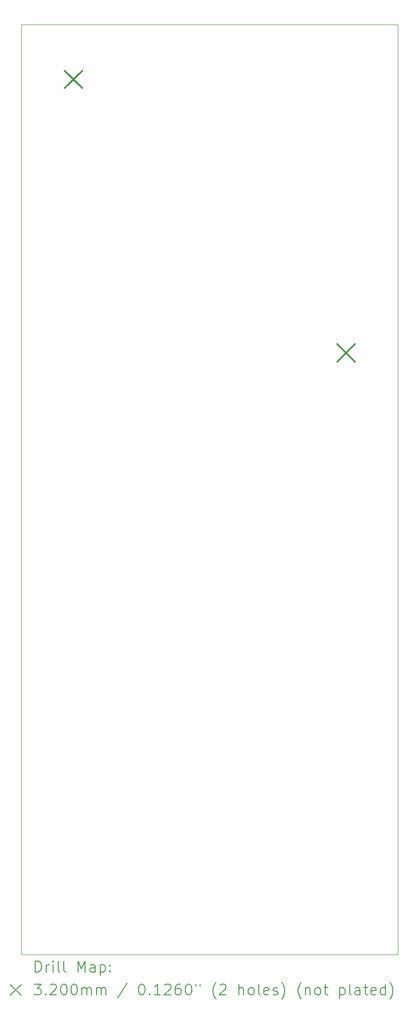
<source format=gbr>
%FSLAX45Y45*%
G04 Gerber Fmt 4.5, Leading zero omitted, Abs format (unit mm)*
G04 Created by KiCad (PCBNEW (6.0.5)) date 2022-11-21 20:26:28*
%MOMM*%
%LPD*%
G01*
G04 APERTURE LIST*
%TA.AperFunction,Profile*%
%ADD10C,0.100000*%
%TD*%
%ADD11C,0.200000*%
%ADD12C,0.320000*%
G04 APERTURE END LIST*
D10*
X10300000Y-1500000D02*
X17200000Y-1500000D01*
X17200000Y-1500000D02*
X17200000Y-18500000D01*
X17200000Y-18500000D02*
X10300000Y-18500000D01*
X10300000Y-18500000D02*
X10300000Y-1500000D01*
D11*
D12*
X11090000Y-2340000D02*
X11410000Y-2660000D01*
X11410000Y-2340000D02*
X11090000Y-2660000D01*
X16090000Y-7340000D02*
X16410000Y-7660000D01*
X16410000Y-7340000D02*
X16090000Y-7660000D01*
D11*
X10552619Y-18815476D02*
X10552619Y-18615476D01*
X10600238Y-18615476D01*
X10628810Y-18625000D01*
X10647857Y-18644048D01*
X10657381Y-18663095D01*
X10666905Y-18701190D01*
X10666905Y-18729762D01*
X10657381Y-18767857D01*
X10647857Y-18786905D01*
X10628810Y-18805952D01*
X10600238Y-18815476D01*
X10552619Y-18815476D01*
X10752619Y-18815476D02*
X10752619Y-18682143D01*
X10752619Y-18720238D02*
X10762143Y-18701190D01*
X10771667Y-18691667D01*
X10790714Y-18682143D01*
X10809762Y-18682143D01*
X10876429Y-18815476D02*
X10876429Y-18682143D01*
X10876429Y-18615476D02*
X10866905Y-18625000D01*
X10876429Y-18634524D01*
X10885952Y-18625000D01*
X10876429Y-18615476D01*
X10876429Y-18634524D01*
X11000238Y-18815476D02*
X10981190Y-18805952D01*
X10971667Y-18786905D01*
X10971667Y-18615476D01*
X11105000Y-18815476D02*
X11085952Y-18805952D01*
X11076429Y-18786905D01*
X11076429Y-18615476D01*
X11333571Y-18815476D02*
X11333571Y-18615476D01*
X11400238Y-18758333D01*
X11466905Y-18615476D01*
X11466905Y-18815476D01*
X11647857Y-18815476D02*
X11647857Y-18710714D01*
X11638333Y-18691667D01*
X11619286Y-18682143D01*
X11581190Y-18682143D01*
X11562143Y-18691667D01*
X11647857Y-18805952D02*
X11628809Y-18815476D01*
X11581190Y-18815476D01*
X11562143Y-18805952D01*
X11552619Y-18786905D01*
X11552619Y-18767857D01*
X11562143Y-18748810D01*
X11581190Y-18739286D01*
X11628809Y-18739286D01*
X11647857Y-18729762D01*
X11743095Y-18682143D02*
X11743095Y-18882143D01*
X11743095Y-18691667D02*
X11762143Y-18682143D01*
X11800238Y-18682143D01*
X11819286Y-18691667D01*
X11828809Y-18701190D01*
X11838333Y-18720238D01*
X11838333Y-18777381D01*
X11828809Y-18796429D01*
X11819286Y-18805952D01*
X11800238Y-18815476D01*
X11762143Y-18815476D01*
X11743095Y-18805952D01*
X11924048Y-18796429D02*
X11933571Y-18805952D01*
X11924048Y-18815476D01*
X11914524Y-18805952D01*
X11924048Y-18796429D01*
X11924048Y-18815476D01*
X11924048Y-18691667D02*
X11933571Y-18701190D01*
X11924048Y-18710714D01*
X11914524Y-18701190D01*
X11924048Y-18691667D01*
X11924048Y-18710714D01*
X10095000Y-19045000D02*
X10295000Y-19245000D01*
X10295000Y-19045000D02*
X10095000Y-19245000D01*
X10533571Y-19035476D02*
X10657381Y-19035476D01*
X10590714Y-19111667D01*
X10619286Y-19111667D01*
X10638333Y-19121190D01*
X10647857Y-19130714D01*
X10657381Y-19149762D01*
X10657381Y-19197381D01*
X10647857Y-19216429D01*
X10638333Y-19225952D01*
X10619286Y-19235476D01*
X10562143Y-19235476D01*
X10543095Y-19225952D01*
X10533571Y-19216429D01*
X10743095Y-19216429D02*
X10752619Y-19225952D01*
X10743095Y-19235476D01*
X10733571Y-19225952D01*
X10743095Y-19216429D01*
X10743095Y-19235476D01*
X10828810Y-19054524D02*
X10838333Y-19045000D01*
X10857381Y-19035476D01*
X10905000Y-19035476D01*
X10924048Y-19045000D01*
X10933571Y-19054524D01*
X10943095Y-19073571D01*
X10943095Y-19092619D01*
X10933571Y-19121190D01*
X10819286Y-19235476D01*
X10943095Y-19235476D01*
X11066905Y-19035476D02*
X11085952Y-19035476D01*
X11105000Y-19045000D01*
X11114524Y-19054524D01*
X11124048Y-19073571D01*
X11133571Y-19111667D01*
X11133571Y-19159286D01*
X11124048Y-19197381D01*
X11114524Y-19216429D01*
X11105000Y-19225952D01*
X11085952Y-19235476D01*
X11066905Y-19235476D01*
X11047857Y-19225952D01*
X11038333Y-19216429D01*
X11028810Y-19197381D01*
X11019286Y-19159286D01*
X11019286Y-19111667D01*
X11028810Y-19073571D01*
X11038333Y-19054524D01*
X11047857Y-19045000D01*
X11066905Y-19035476D01*
X11257381Y-19035476D02*
X11276428Y-19035476D01*
X11295476Y-19045000D01*
X11305000Y-19054524D01*
X11314524Y-19073571D01*
X11324048Y-19111667D01*
X11324048Y-19159286D01*
X11314524Y-19197381D01*
X11305000Y-19216429D01*
X11295476Y-19225952D01*
X11276428Y-19235476D01*
X11257381Y-19235476D01*
X11238333Y-19225952D01*
X11228809Y-19216429D01*
X11219286Y-19197381D01*
X11209762Y-19159286D01*
X11209762Y-19111667D01*
X11219286Y-19073571D01*
X11228809Y-19054524D01*
X11238333Y-19045000D01*
X11257381Y-19035476D01*
X11409762Y-19235476D02*
X11409762Y-19102143D01*
X11409762Y-19121190D02*
X11419286Y-19111667D01*
X11438333Y-19102143D01*
X11466905Y-19102143D01*
X11485952Y-19111667D01*
X11495476Y-19130714D01*
X11495476Y-19235476D01*
X11495476Y-19130714D02*
X11505000Y-19111667D01*
X11524048Y-19102143D01*
X11552619Y-19102143D01*
X11571667Y-19111667D01*
X11581190Y-19130714D01*
X11581190Y-19235476D01*
X11676428Y-19235476D02*
X11676428Y-19102143D01*
X11676428Y-19121190D02*
X11685952Y-19111667D01*
X11705000Y-19102143D01*
X11733571Y-19102143D01*
X11752619Y-19111667D01*
X11762143Y-19130714D01*
X11762143Y-19235476D01*
X11762143Y-19130714D02*
X11771667Y-19111667D01*
X11790714Y-19102143D01*
X11819286Y-19102143D01*
X11838333Y-19111667D01*
X11847857Y-19130714D01*
X11847857Y-19235476D01*
X12238333Y-19025952D02*
X12066905Y-19283095D01*
X12495476Y-19035476D02*
X12514524Y-19035476D01*
X12533571Y-19045000D01*
X12543095Y-19054524D01*
X12552619Y-19073571D01*
X12562143Y-19111667D01*
X12562143Y-19159286D01*
X12552619Y-19197381D01*
X12543095Y-19216429D01*
X12533571Y-19225952D01*
X12514524Y-19235476D01*
X12495476Y-19235476D01*
X12476428Y-19225952D01*
X12466905Y-19216429D01*
X12457381Y-19197381D01*
X12447857Y-19159286D01*
X12447857Y-19111667D01*
X12457381Y-19073571D01*
X12466905Y-19054524D01*
X12476428Y-19045000D01*
X12495476Y-19035476D01*
X12647857Y-19216429D02*
X12657381Y-19225952D01*
X12647857Y-19235476D01*
X12638333Y-19225952D01*
X12647857Y-19216429D01*
X12647857Y-19235476D01*
X12847857Y-19235476D02*
X12733571Y-19235476D01*
X12790714Y-19235476D02*
X12790714Y-19035476D01*
X12771667Y-19064048D01*
X12752619Y-19083095D01*
X12733571Y-19092619D01*
X12924048Y-19054524D02*
X12933571Y-19045000D01*
X12952619Y-19035476D01*
X13000238Y-19035476D01*
X13019286Y-19045000D01*
X13028809Y-19054524D01*
X13038333Y-19073571D01*
X13038333Y-19092619D01*
X13028809Y-19121190D01*
X12914524Y-19235476D01*
X13038333Y-19235476D01*
X13209762Y-19035476D02*
X13171667Y-19035476D01*
X13152619Y-19045000D01*
X13143095Y-19054524D01*
X13124048Y-19083095D01*
X13114524Y-19121190D01*
X13114524Y-19197381D01*
X13124048Y-19216429D01*
X13133571Y-19225952D01*
X13152619Y-19235476D01*
X13190714Y-19235476D01*
X13209762Y-19225952D01*
X13219286Y-19216429D01*
X13228809Y-19197381D01*
X13228809Y-19149762D01*
X13219286Y-19130714D01*
X13209762Y-19121190D01*
X13190714Y-19111667D01*
X13152619Y-19111667D01*
X13133571Y-19121190D01*
X13124048Y-19130714D01*
X13114524Y-19149762D01*
X13352619Y-19035476D02*
X13371667Y-19035476D01*
X13390714Y-19045000D01*
X13400238Y-19054524D01*
X13409762Y-19073571D01*
X13419286Y-19111667D01*
X13419286Y-19159286D01*
X13409762Y-19197381D01*
X13400238Y-19216429D01*
X13390714Y-19225952D01*
X13371667Y-19235476D01*
X13352619Y-19235476D01*
X13333571Y-19225952D01*
X13324048Y-19216429D01*
X13314524Y-19197381D01*
X13305000Y-19159286D01*
X13305000Y-19111667D01*
X13314524Y-19073571D01*
X13324048Y-19054524D01*
X13333571Y-19045000D01*
X13352619Y-19035476D01*
X13495476Y-19035476D02*
X13495476Y-19073571D01*
X13571667Y-19035476D02*
X13571667Y-19073571D01*
X13866905Y-19311667D02*
X13857381Y-19302143D01*
X13838333Y-19273571D01*
X13828809Y-19254524D01*
X13819286Y-19225952D01*
X13809762Y-19178333D01*
X13809762Y-19140238D01*
X13819286Y-19092619D01*
X13828809Y-19064048D01*
X13838333Y-19045000D01*
X13857381Y-19016429D01*
X13866905Y-19006905D01*
X13933571Y-19054524D02*
X13943095Y-19045000D01*
X13962143Y-19035476D01*
X14009762Y-19035476D01*
X14028809Y-19045000D01*
X14038333Y-19054524D01*
X14047857Y-19073571D01*
X14047857Y-19092619D01*
X14038333Y-19121190D01*
X13924048Y-19235476D01*
X14047857Y-19235476D01*
X14285952Y-19235476D02*
X14285952Y-19035476D01*
X14371667Y-19235476D02*
X14371667Y-19130714D01*
X14362143Y-19111667D01*
X14343095Y-19102143D01*
X14314524Y-19102143D01*
X14295476Y-19111667D01*
X14285952Y-19121190D01*
X14495476Y-19235476D02*
X14476428Y-19225952D01*
X14466905Y-19216429D01*
X14457381Y-19197381D01*
X14457381Y-19140238D01*
X14466905Y-19121190D01*
X14476428Y-19111667D01*
X14495476Y-19102143D01*
X14524048Y-19102143D01*
X14543095Y-19111667D01*
X14552619Y-19121190D01*
X14562143Y-19140238D01*
X14562143Y-19197381D01*
X14552619Y-19216429D01*
X14543095Y-19225952D01*
X14524048Y-19235476D01*
X14495476Y-19235476D01*
X14676428Y-19235476D02*
X14657381Y-19225952D01*
X14647857Y-19206905D01*
X14647857Y-19035476D01*
X14828809Y-19225952D02*
X14809762Y-19235476D01*
X14771667Y-19235476D01*
X14752619Y-19225952D01*
X14743095Y-19206905D01*
X14743095Y-19130714D01*
X14752619Y-19111667D01*
X14771667Y-19102143D01*
X14809762Y-19102143D01*
X14828809Y-19111667D01*
X14838333Y-19130714D01*
X14838333Y-19149762D01*
X14743095Y-19168810D01*
X14914524Y-19225952D02*
X14933571Y-19235476D01*
X14971667Y-19235476D01*
X14990714Y-19225952D01*
X15000238Y-19206905D01*
X15000238Y-19197381D01*
X14990714Y-19178333D01*
X14971667Y-19168810D01*
X14943095Y-19168810D01*
X14924048Y-19159286D01*
X14914524Y-19140238D01*
X14914524Y-19130714D01*
X14924048Y-19111667D01*
X14943095Y-19102143D01*
X14971667Y-19102143D01*
X14990714Y-19111667D01*
X15066905Y-19311667D02*
X15076428Y-19302143D01*
X15095476Y-19273571D01*
X15105000Y-19254524D01*
X15114524Y-19225952D01*
X15124048Y-19178333D01*
X15124048Y-19140238D01*
X15114524Y-19092619D01*
X15105000Y-19064048D01*
X15095476Y-19045000D01*
X15076428Y-19016429D01*
X15066905Y-19006905D01*
X15428809Y-19311667D02*
X15419286Y-19302143D01*
X15400238Y-19273571D01*
X15390714Y-19254524D01*
X15381190Y-19225952D01*
X15371667Y-19178333D01*
X15371667Y-19140238D01*
X15381190Y-19092619D01*
X15390714Y-19064048D01*
X15400238Y-19045000D01*
X15419286Y-19016429D01*
X15428809Y-19006905D01*
X15505000Y-19102143D02*
X15505000Y-19235476D01*
X15505000Y-19121190D02*
X15514524Y-19111667D01*
X15533571Y-19102143D01*
X15562143Y-19102143D01*
X15581190Y-19111667D01*
X15590714Y-19130714D01*
X15590714Y-19235476D01*
X15714524Y-19235476D02*
X15695476Y-19225952D01*
X15685952Y-19216429D01*
X15676428Y-19197381D01*
X15676428Y-19140238D01*
X15685952Y-19121190D01*
X15695476Y-19111667D01*
X15714524Y-19102143D01*
X15743095Y-19102143D01*
X15762143Y-19111667D01*
X15771667Y-19121190D01*
X15781190Y-19140238D01*
X15781190Y-19197381D01*
X15771667Y-19216429D01*
X15762143Y-19225952D01*
X15743095Y-19235476D01*
X15714524Y-19235476D01*
X15838333Y-19102143D02*
X15914524Y-19102143D01*
X15866905Y-19035476D02*
X15866905Y-19206905D01*
X15876428Y-19225952D01*
X15895476Y-19235476D01*
X15914524Y-19235476D01*
X16133571Y-19102143D02*
X16133571Y-19302143D01*
X16133571Y-19111667D02*
X16152619Y-19102143D01*
X16190714Y-19102143D01*
X16209762Y-19111667D01*
X16219286Y-19121190D01*
X16228809Y-19140238D01*
X16228809Y-19197381D01*
X16219286Y-19216429D01*
X16209762Y-19225952D01*
X16190714Y-19235476D01*
X16152619Y-19235476D01*
X16133571Y-19225952D01*
X16343095Y-19235476D02*
X16324048Y-19225952D01*
X16314524Y-19206905D01*
X16314524Y-19035476D01*
X16505000Y-19235476D02*
X16505000Y-19130714D01*
X16495476Y-19111667D01*
X16476428Y-19102143D01*
X16438333Y-19102143D01*
X16419286Y-19111667D01*
X16505000Y-19225952D02*
X16485952Y-19235476D01*
X16438333Y-19235476D01*
X16419286Y-19225952D01*
X16409762Y-19206905D01*
X16409762Y-19187857D01*
X16419286Y-19168810D01*
X16438333Y-19159286D01*
X16485952Y-19159286D01*
X16505000Y-19149762D01*
X16571667Y-19102143D02*
X16647857Y-19102143D01*
X16600238Y-19035476D02*
X16600238Y-19206905D01*
X16609762Y-19225952D01*
X16628809Y-19235476D01*
X16647857Y-19235476D01*
X16790714Y-19225952D02*
X16771667Y-19235476D01*
X16733571Y-19235476D01*
X16714524Y-19225952D01*
X16705000Y-19206905D01*
X16705000Y-19130714D01*
X16714524Y-19111667D01*
X16733571Y-19102143D01*
X16771667Y-19102143D01*
X16790714Y-19111667D01*
X16800238Y-19130714D01*
X16800238Y-19149762D01*
X16705000Y-19168810D01*
X16971667Y-19235476D02*
X16971667Y-19035476D01*
X16971667Y-19225952D02*
X16952619Y-19235476D01*
X16914524Y-19235476D01*
X16895476Y-19225952D01*
X16885952Y-19216429D01*
X16876429Y-19197381D01*
X16876429Y-19140238D01*
X16885952Y-19121190D01*
X16895476Y-19111667D01*
X16914524Y-19102143D01*
X16952619Y-19102143D01*
X16971667Y-19111667D01*
X17047857Y-19311667D02*
X17057381Y-19302143D01*
X17076429Y-19273571D01*
X17085952Y-19254524D01*
X17095476Y-19225952D01*
X17105000Y-19178333D01*
X17105000Y-19140238D01*
X17095476Y-19092619D01*
X17085952Y-19064048D01*
X17076429Y-19045000D01*
X17057381Y-19016429D01*
X17047857Y-19006905D01*
M02*

</source>
